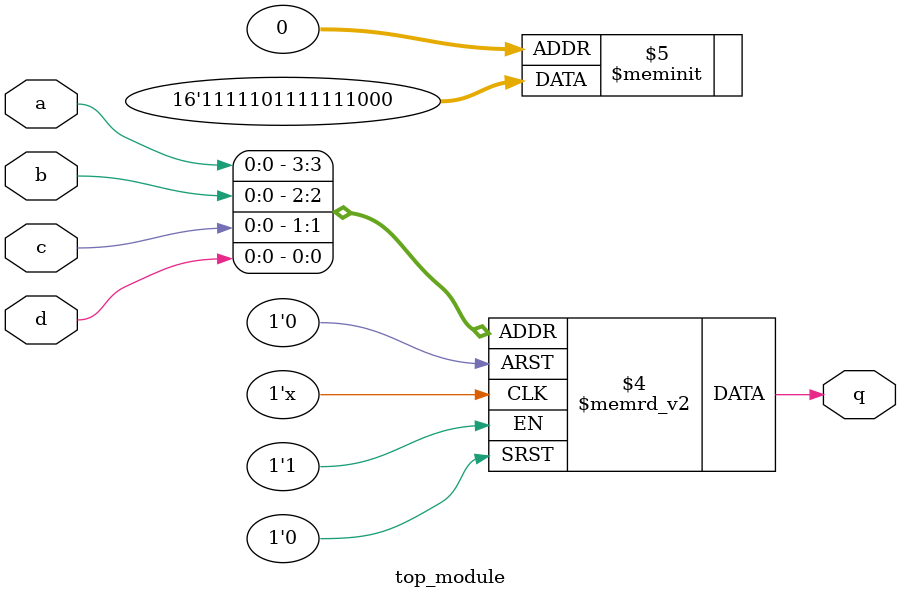
<source format=sv>
module top_module (
    input a, 
    input b, 
    input c, 
    input d,
    output reg q
);

    always @(*) begin
        case({a, b, c, d})
            4'b0000: q = 1'b0;
            4'b0001: q = 1'b0;
            4'b0010: q = 1'b0;
            4'b0011: q = 1'b1;
            4'b0100: q = 1'b1;
            4'b0101: q = 1'b1;
            4'b0110: q = 1'b1;
            4'b0111: q = 1'b1;
            4'b1000: q = 1'b1;
            4'b1001: q = 1'b1;
            4'b1010: q = 1'b0;
            4'b1011: q = 1'b1;
            4'b1100: q = 1'b1;
            4'b1101: q = 1'b1;
            4'b1110: q = 1'b1;
            4'b1111: q = 1'b1;
            default: q = 1'b0;
        endcase
    end
    
endmodule

</source>
